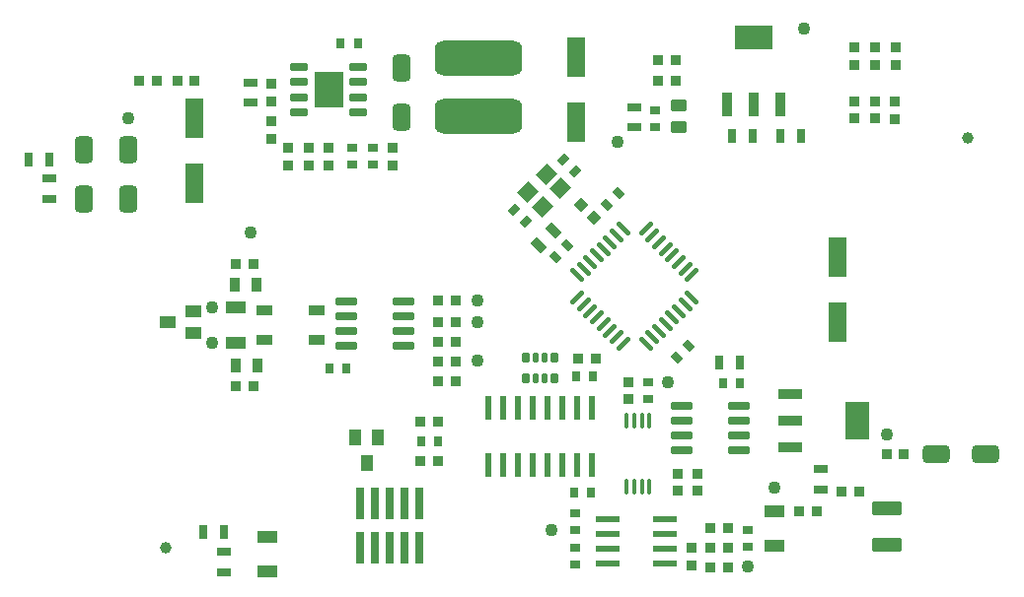
<source format=gtp>
G04*
G04 #@! TF.GenerationSoftware,Altium Limited,Altium Designer,21.4.1 (30)*
G04*
G04 Layer_Color=8421504*
%FSLAX25Y25*%
%MOIN*%
G70*
G04*
G04 #@! TF.SameCoordinates,5F1AA903-488D-4DD6-8C3F-381C7BA84995*
G04*
G04*
G04 #@! TF.FilePolarity,Positive*
G04*
G01*
G75*
%ADD18C,0.04331*%
%ADD19R,0.05512X0.03937*%
G04:AMPARAMS|DCode=20|XSize=77.56mil|YSize=23.23mil|CornerRadius=2.9mil|HoleSize=0mil|Usage=FLASHONLY|Rotation=270.000|XOffset=0mil|YOffset=0mil|HoleType=Round|Shape=RoundedRectangle|*
%AMROUNDEDRECTD20*
21,1,0.07756,0.01742,0,0,270.0*
21,1,0.07175,0.02323,0,0,270.0*
1,1,0.00581,-0.00871,-0.03588*
1,1,0.00581,-0.00871,0.03588*
1,1,0.00581,0.00871,0.03588*
1,1,0.00581,0.00871,-0.03588*
%
%ADD20ROUNDEDRECTD20*%
%ADD21R,0.02953X0.05118*%
%ADD22R,0.02657X0.03445*%
%ADD23R,0.03445X0.03445*%
%ADD24R,0.03445X0.03445*%
%ADD25R,0.03445X0.02657*%
G04:AMPARAMS|DCode=26|XSize=91.73mil|YSize=61.02mil|CornerRadius=15.26mil|HoleSize=0mil|Usage=FLASHONLY|Rotation=270.000|XOffset=0mil|YOffset=0mil|HoleType=Round|Shape=RoundedRectangle|*
%AMROUNDEDRECTD26*
21,1,0.09173,0.03051,0,0,270.0*
21,1,0.06122,0.06102,0,0,270.0*
1,1,0.03051,-0.01526,-0.03061*
1,1,0.03051,-0.01526,0.03061*
1,1,0.03051,0.01526,0.03061*
1,1,0.03051,0.01526,-0.03061*
%
%ADD26ROUNDEDRECTD26*%
G04:AMPARAMS|DCode=27|XSize=59.06mil|YSize=17.72mil|CornerRadius=2.22mil|HoleSize=0mil|Usage=FLASHONLY|Rotation=315.000|XOffset=0mil|YOffset=0mil|HoleType=Round|Shape=RoundedRectangle|*
%AMROUNDEDRECTD27*
21,1,0.05906,0.01329,0,0,315.0*
21,1,0.05463,0.01772,0,0,315.0*
1,1,0.00443,0.01462,-0.02401*
1,1,0.00443,-0.02401,0.01462*
1,1,0.00443,-0.01462,0.02401*
1,1,0.00443,0.02401,-0.01462*
%
%ADD27ROUNDEDRECTD27*%
G04:AMPARAMS|DCode=28|XSize=59.06mil|YSize=17.72mil|CornerRadius=2.22mil|HoleSize=0mil|Usage=FLASHONLY|Rotation=45.000|XOffset=0mil|YOffset=0mil|HoleType=Round|Shape=RoundedRectangle|*
%AMROUNDEDRECTD28*
21,1,0.05906,0.01329,0,0,45.0*
21,1,0.05463,0.01772,0,0,45.0*
1,1,0.00443,0.02401,0.01462*
1,1,0.00443,-0.01462,-0.02401*
1,1,0.00443,-0.02401,-0.01462*
1,1,0.00443,0.01462,0.02401*
%
%ADD28ROUNDEDRECTD28*%
%ADD29R,0.02953X0.10827*%
G04:AMPARAMS|DCode=30|XSize=39.37mil|YSize=55.91mil|CornerRadius=4.92mil|HoleSize=0mil|Usage=FLASHONLY|Rotation=90.000|XOffset=0mil|YOffset=0mil|HoleType=Round|Shape=RoundedRectangle|*
%AMROUNDEDRECTD30*
21,1,0.03937,0.04606,0,0,90.0*
21,1,0.02953,0.05591,0,0,90.0*
1,1,0.00984,0.02303,0.01476*
1,1,0.00984,0.02303,-0.01476*
1,1,0.00984,-0.02303,-0.01476*
1,1,0.00984,-0.02303,0.01476*
%
%ADD30ROUNDEDRECTD30*%
G04:AMPARAMS|DCode=31|XSize=37.01mil|YSize=69.69mil|CornerRadius=2.59mil|HoleSize=0mil|Usage=FLASHONLY|Rotation=90.000|XOffset=0mil|YOffset=0mil|HoleType=Round|Shape=RoundedRectangle|*
%AMROUNDEDRECTD31*
21,1,0.03701,0.06450,0,0,90.0*
21,1,0.03183,0.06969,0,0,90.0*
1,1,0.00518,0.03225,0.01591*
1,1,0.00518,0.03225,-0.01591*
1,1,0.00518,-0.03225,-0.01591*
1,1,0.00518,-0.03225,0.01591*
%
%ADD31ROUNDEDRECTD31*%
G04:AMPARAMS|DCode=32|XSize=42.91mil|YSize=69.69mil|CornerRadius=3mil|HoleSize=0mil|Usage=FLASHONLY|Rotation=90.000|XOffset=0mil|YOffset=0mil|HoleType=Round|Shape=RoundedRectangle|*
%AMROUNDEDRECTD32*
21,1,0.04291,0.06368,0,0,90.0*
21,1,0.03691,0.06969,0,0,90.0*
1,1,0.00601,0.03184,0.01845*
1,1,0.00601,0.03184,-0.01845*
1,1,0.00601,-0.03184,-0.01845*
1,1,0.00601,-0.03184,0.01845*
%
%ADD32ROUNDEDRECTD32*%
%ADD33R,0.03740X0.08465*%
%ADD34R,0.12795X0.08465*%
G04:AMPARAMS|DCode=35|XSize=61.02mil|YSize=23.62mil|CornerRadius=2.95mil|HoleSize=0mil|Usage=FLASHONLY|Rotation=0.000|XOffset=0mil|YOffset=0mil|HoleType=Round|Shape=RoundedRectangle|*
%AMROUNDEDRECTD35*
21,1,0.06102,0.01772,0,0,0.0*
21,1,0.05512,0.02362,0,0,0.0*
1,1,0.00591,0.02756,-0.00886*
1,1,0.00591,-0.02756,-0.00886*
1,1,0.00591,-0.02756,0.00886*
1,1,0.00591,0.02756,0.00886*
%
%ADD35ROUNDEDRECTD35*%
%ADD36R,0.03937X0.05512*%
G04:AMPARAMS|DCode=37|XSize=118.11mil|YSize=295.28mil|CornerRadius=29.53mil|HoleSize=0mil|Usage=FLASHONLY|Rotation=90.000|XOffset=0mil|YOffset=0mil|HoleType=Round|Shape=RoundedRectangle|*
%AMROUNDEDRECTD37*
21,1,0.11811,0.23622,0,0,90.0*
21,1,0.05906,0.29528,0,0,90.0*
1,1,0.05906,0.11811,0.02953*
1,1,0.05906,0.11811,-0.02953*
1,1,0.05906,-0.11811,-0.02953*
1,1,0.05906,-0.11811,0.02953*
%
%ADD37ROUNDEDRECTD37*%
%ADD38R,0.05118X0.02953*%
%ADD39R,0.06890X0.03937*%
%ADD40R,0.03347X0.05118*%
%ADD41R,0.05709X0.03543*%
%ADD42R,0.08465X0.03740*%
%ADD43R,0.08465X0.12795*%
G04:AMPARAMS|DCode=44|XSize=91.73mil|YSize=61.02mil|CornerRadius=15.26mil|HoleSize=0mil|Usage=FLASHONLY|Rotation=0.000|XOffset=0mil|YOffset=0mil|HoleType=Round|Shape=RoundedRectangle|*
%AMROUNDEDRECTD44*
21,1,0.09173,0.03051,0,0,0.0*
21,1,0.06122,0.06102,0,0,0.0*
1,1,0.03051,0.03061,-0.01526*
1,1,0.03051,-0.03061,-0.01526*
1,1,0.03051,-0.03061,0.01526*
1,1,0.03051,0.03061,0.01526*
%
%ADD44ROUNDEDRECTD44*%
G04:AMPARAMS|DCode=45|XSize=74.8mil|YSize=23.62mil|CornerRadius=2.95mil|HoleSize=0mil|Usage=FLASHONLY|Rotation=0.000|XOffset=0mil|YOffset=0mil|HoleType=Round|Shape=RoundedRectangle|*
%AMROUNDEDRECTD45*
21,1,0.07480,0.01772,0,0,0.0*
21,1,0.06890,0.02362,0,0,0.0*
1,1,0.00591,0.03445,-0.00886*
1,1,0.00591,-0.03445,-0.00886*
1,1,0.00591,-0.03445,0.00886*
1,1,0.00591,0.03445,0.00886*
%
%ADD45ROUNDEDRECTD45*%
%ADD46R,0.06299X0.13780*%
G04:AMPARAMS|DCode=47|XSize=34.45mil|YSize=26.57mil|CornerRadius=0mil|HoleSize=0mil|Usage=FLASHONLY|Rotation=315.000|XOffset=0mil|YOffset=0mil|HoleType=Round|Shape=Rectangle|*
%AMROTATEDRECTD47*
4,1,4,-0.02158,0.00278,-0.00278,0.02158,0.02158,-0.00278,0.00278,-0.02158,-0.02158,0.00278,0.0*
%
%ADD47ROTATEDRECTD47*%

G04:AMPARAMS|DCode=48|XSize=35.43mil|YSize=24.02mil|CornerRadius=6mil|HoleSize=0mil|Usage=FLASHONLY|Rotation=90.000|XOffset=0mil|YOffset=0mil|HoleType=Round|Shape=RoundedRectangle|*
%AMROUNDEDRECTD48*
21,1,0.03543,0.01201,0,0,90.0*
21,1,0.02343,0.02402,0,0,90.0*
1,1,0.01201,0.00600,0.01171*
1,1,0.01201,0.00600,-0.01171*
1,1,0.01201,-0.00600,-0.01171*
1,1,0.01201,-0.00600,0.01171*
%
%ADD48ROUNDEDRECTD48*%
G04:AMPARAMS|DCode=49|XSize=35.43mil|YSize=20.87mil|CornerRadius=5.22mil|HoleSize=0mil|Usage=FLASHONLY|Rotation=90.000|XOffset=0mil|YOffset=0mil|HoleType=Round|Shape=RoundedRectangle|*
%AMROUNDEDRECTD49*
21,1,0.03543,0.01043,0,0,90.0*
21,1,0.02500,0.02087,0,0,90.0*
1,1,0.01043,0.00522,0.01250*
1,1,0.01043,0.00522,-0.01250*
1,1,0.01043,-0.00522,-0.01250*
1,1,0.01043,-0.00522,0.01250*
%
%ADD49ROUNDEDRECTD49*%
G04:AMPARAMS|DCode=50|XSize=45.28mil|YSize=98.43mil|CornerRadius=4.53mil|HoleSize=0mil|Usage=FLASHONLY|Rotation=270.000|XOffset=0mil|YOffset=0mil|HoleType=Round|Shape=RoundedRectangle|*
%AMROUNDEDRECTD50*
21,1,0.04528,0.08937,0,0,270.0*
21,1,0.03622,0.09843,0,0,270.0*
1,1,0.00906,-0.04469,-0.01811*
1,1,0.00906,-0.04469,0.01811*
1,1,0.00906,0.04469,0.01811*
1,1,0.00906,0.04469,-0.01811*
%
%ADD50ROUNDEDRECTD50*%
G04:AMPARAMS|DCode=51|XSize=51.18mil|YSize=29.53mil|CornerRadius=0mil|HoleSize=0mil|Usage=FLASHONLY|Rotation=135.000|XOffset=0mil|YOffset=0mil|HoleType=Round|Shape=Rectangle|*
%AMROTATEDRECTD51*
4,1,4,0.02854,-0.00766,0.00766,-0.02854,-0.02854,0.00766,-0.00766,0.02854,0.02854,-0.00766,0.0*
%
%ADD51ROTATEDRECTD51*%

G04:AMPARAMS|DCode=52|XSize=50.79mil|YSize=15.35mil|CornerRadius=4.07mil|HoleSize=0mil|Usage=FLASHONLY|Rotation=270.000|XOffset=0mil|YOffset=0mil|HoleType=Round|Shape=RoundedRectangle|*
%AMROUNDEDRECTD52*
21,1,0.05079,0.00722,0,0,270.0*
21,1,0.04265,0.01535,0,0,270.0*
1,1,0.00814,-0.00361,-0.02133*
1,1,0.00814,-0.00361,0.02133*
1,1,0.00814,0.00361,0.02133*
1,1,0.00814,0.00361,-0.02133*
%
%ADD52ROUNDEDRECTD52*%
G04:AMPARAMS|DCode=53|XSize=55.12mil|YSize=47.24mil|CornerRadius=0mil|HoleSize=0mil|Usage=FLASHONLY|Rotation=225.000|XOffset=0mil|YOffset=0mil|HoleType=Round|Shape=Rectangle|*
%AMROTATEDRECTD53*
4,1,4,0.00278,0.03619,0.03619,0.00278,-0.00278,-0.03619,-0.03619,-0.00278,0.00278,0.03619,0.0*
%
%ADD53ROTATEDRECTD53*%

%ADD54C,0.03937*%
G04:AMPARAMS|DCode=55|XSize=34.45mil|YSize=26.57mil|CornerRadius=0mil|HoleSize=0mil|Usage=FLASHONLY|Rotation=225.000|XOffset=0mil|YOffset=0mil|HoleType=Round|Shape=Rectangle|*
%AMROTATEDRECTD55*
4,1,4,0.00278,0.02158,0.02158,0.00278,-0.00278,-0.02158,-0.02158,-0.00278,0.00278,0.02158,0.0*
%
%ADD55ROTATEDRECTD55*%

%ADD56P,0.04872X4X270.0*%
G04:AMPARAMS|DCode=57|XSize=77.56mil|YSize=23.23mil|CornerRadius=2.9mil|HoleSize=0mil|Usage=FLASHONLY|Rotation=180.000|XOffset=0mil|YOffset=0mil|HoleType=Round|Shape=RoundedRectangle|*
%AMROUNDEDRECTD57*
21,1,0.07756,0.01742,0,0,180.0*
21,1,0.07175,0.02323,0,0,180.0*
1,1,0.00581,-0.03588,0.00871*
1,1,0.00581,0.03588,0.00871*
1,1,0.00581,0.03588,-0.00871*
1,1,0.00581,-0.03588,-0.00871*
%
%ADD57ROUNDEDRECTD57*%
G36*
X117126Y163386D02*
X107283Y163386D01*
X107283Y175354D01*
X117126D01*
Y163386D01*
D02*
G37*
D18*
X272638Y189961D02*
D03*
X44291Y159449D02*
D03*
X85630Y121063D02*
D03*
X209646Y151575D02*
D03*
X187500Y20177D02*
D03*
X262795Y34449D02*
D03*
X253937Y7874D02*
D03*
X72835Y95472D02*
D03*
X162402Y90551D02*
D03*
Y97933D02*
D03*
Y77756D02*
D03*
X300689Y52658D02*
D03*
X72835Y83661D02*
D03*
X226870Y70374D02*
D03*
D19*
X66307Y86862D02*
D03*
Y94342D02*
D03*
X57646Y90602D02*
D03*
D20*
X201171Y42137D02*
D03*
X196171Y42137D02*
D03*
X191171Y42137D02*
D03*
X186171Y42137D02*
D03*
X181171Y42137D02*
D03*
X176171D02*
D03*
X171171Y42137D02*
D03*
X166171Y42137D02*
D03*
Y61625D02*
D03*
X171171Y61625D02*
D03*
X176171Y61625D02*
D03*
X181171D02*
D03*
X186171Y61625D02*
D03*
X191171Y61625D02*
D03*
X196171Y61625D02*
D03*
X201171Y61625D02*
D03*
D21*
X250984Y76772D02*
D03*
X244094D02*
D03*
X264764Y153543D02*
D03*
X271654D02*
D03*
X255414Y153543D02*
D03*
X248524D02*
D03*
X17717Y145669D02*
D03*
X10827Y145669D02*
D03*
X76772Y19685D02*
D03*
X69882D02*
D03*
D22*
X112402Y74803D02*
D03*
X118110D02*
D03*
X245276Y69882D02*
D03*
X250984D02*
D03*
X195079Y32972D02*
D03*
X200787D02*
D03*
X195833Y72146D02*
D03*
X201542Y72146D02*
D03*
X116241Y185039D02*
D03*
X121949D02*
D03*
X149015Y50197D02*
D03*
X143307Y50197D02*
D03*
D23*
X133721Y143675D02*
D03*
Y149580D02*
D03*
X92658Y158491D02*
D03*
Y152585D02*
D03*
X234744Y14272D02*
D03*
Y8366D02*
D03*
X105453Y149632D02*
D03*
Y143727D02*
D03*
X112067Y143675D02*
D03*
Y149580D02*
D03*
X92658Y171286D02*
D03*
Y165380D02*
D03*
X303642Y183563D02*
D03*
Y177657D02*
D03*
X236713Y33465D02*
D03*
Y39370D02*
D03*
X230177Y33439D02*
D03*
Y39344D02*
D03*
X296752Y159449D02*
D03*
Y165354D02*
D03*
X213583Y70374D02*
D03*
Y64468D02*
D03*
X289862Y183563D02*
D03*
Y177657D02*
D03*
X98563Y149632D02*
D03*
Y143727D02*
D03*
X303504Y159423D02*
D03*
X303504Y165328D02*
D03*
X296752Y183563D02*
D03*
X296752Y177657D02*
D03*
X289862Y159449D02*
D03*
Y165354D02*
D03*
D24*
X223425Y179134D02*
D03*
X229331Y179134D02*
D03*
X229357Y172106D02*
D03*
X223451D02*
D03*
X247021Y14410D02*
D03*
X241116D02*
D03*
X61024Y172244D02*
D03*
X66929D02*
D03*
X247021Y20807D02*
D03*
X241116D02*
D03*
X271234Y26713D02*
D03*
X277139Y26713D02*
D03*
X241168Y7736D02*
D03*
X247073D02*
D03*
X291365Y33327D02*
D03*
X285459Y33327D02*
D03*
X155046Y84016D02*
D03*
X149140D02*
D03*
X306594Y45768D02*
D03*
X300689D02*
D03*
X86640Y110098D02*
D03*
X80735D02*
D03*
X149088Y98071D02*
D03*
X154994D02*
D03*
X149088Y90689D02*
D03*
X154994D02*
D03*
X149140Y56949D02*
D03*
X143235D02*
D03*
X149088Y77402D02*
D03*
X154994D02*
D03*
X80709Y68898D02*
D03*
X86614D02*
D03*
X149140Y43661D02*
D03*
X143235Y43661D02*
D03*
X202290Y78110D02*
D03*
X196384D02*
D03*
X149088Y70512D02*
D03*
X154994D02*
D03*
X54060Y172381D02*
D03*
X48154D02*
D03*
D25*
X195374Y8464D02*
D03*
Y14173D02*
D03*
X195374Y20177D02*
D03*
Y25886D02*
D03*
X219980Y64567D02*
D03*
Y70276D02*
D03*
X126969Y143800D02*
D03*
Y149508D02*
D03*
X222441Y162205D02*
D03*
X222441Y156496D02*
D03*
X120079Y143800D02*
D03*
Y149508D02*
D03*
X253937Y20177D02*
D03*
X253937Y14469D02*
D03*
D26*
X44342Y149028D02*
D03*
Y132217D02*
D03*
X136862Y159776D02*
D03*
Y176587D02*
D03*
X29579Y149028D02*
D03*
Y132217D02*
D03*
D27*
X234938Y98824D02*
D03*
X232711Y96597D02*
D03*
X230483Y94370D02*
D03*
X228256Y92143D02*
D03*
X226029Y89916D02*
D03*
X223802Y87689D02*
D03*
X221575Y85461D02*
D03*
X219348Y83234D02*
D03*
X196075Y106508D02*
D03*
X198302Y108735D02*
D03*
X200529Y110962D02*
D03*
X202756Y113189D02*
D03*
X204983Y115416D02*
D03*
X207210Y117643D02*
D03*
X209437Y119870D02*
D03*
X211664Y122097D02*
D03*
D28*
X219348D02*
D03*
X221575Y119870D02*
D03*
X223802Y117643D02*
D03*
X226029Y115416D02*
D03*
X228256Y113189D02*
D03*
X230483Y110962D02*
D03*
X232711Y108735D02*
D03*
X234938Y106508D02*
D03*
X211664Y83234D02*
D03*
X209437Y85461D02*
D03*
X207210Y87689D02*
D03*
X204983Y89916D02*
D03*
X202756Y92143D02*
D03*
X200529Y94370D02*
D03*
X198302Y96597D02*
D03*
X196075Y98824D02*
D03*
D29*
X122874Y14154D02*
D03*
Y29154D02*
D03*
X127874Y14154D02*
D03*
Y29154D02*
D03*
X132874Y14154D02*
D03*
Y29154D02*
D03*
X137874Y14154D02*
D03*
Y29154D02*
D03*
X142874Y14153D02*
D03*
Y29154D02*
D03*
D30*
X230315Y163858D02*
D03*
Y156496D02*
D03*
D31*
X262795Y26594D02*
D03*
X91535Y6240D02*
D03*
D32*
X262795Y14764D02*
D03*
X91536Y18071D02*
D03*
D33*
X246764Y164157D02*
D03*
X255819D02*
D03*
X264874D02*
D03*
D34*
X255819Y186992D02*
D03*
D35*
X122205Y176969D02*
D03*
Y171850D02*
D03*
Y166732D02*
D03*
Y161614D02*
D03*
X102205Y161614D02*
D03*
Y166732D02*
D03*
Y171850D02*
D03*
Y176969D02*
D03*
D36*
X128689Y51543D02*
D03*
X121209D02*
D03*
X124949Y42882D02*
D03*
D37*
X162894Y179882D02*
D03*
Y160197D02*
D03*
D38*
X278544Y40847D02*
D03*
Y33958D02*
D03*
X76772Y5906D02*
D03*
Y12795D02*
D03*
X215551Y156496D02*
D03*
Y163386D02*
D03*
X85630Y171753D02*
D03*
Y164863D02*
D03*
X17717Y139272D02*
D03*
Y132382D02*
D03*
D39*
X80710Y95474D02*
D03*
Y83663D02*
D03*
D40*
X87887Y103257D02*
D03*
X80604D02*
D03*
X87992Y75787D02*
D03*
X80709D02*
D03*
D41*
X90551Y94488D02*
D03*
Y84646D02*
D03*
X108071Y94488D02*
D03*
X108071Y84646D02*
D03*
D42*
X267996Y66228D02*
D03*
Y57173D02*
D03*
Y48118D02*
D03*
D43*
X290831Y57173D02*
D03*
D44*
X317421Y45768D02*
D03*
X334232D02*
D03*
D45*
X231476Y62126D02*
D03*
Y57126D02*
D03*
Y52126D02*
D03*
Y47126D02*
D03*
X250807D02*
D03*
Y52126D02*
D03*
Y57126D02*
D03*
Y62126D02*
D03*
X137441Y82598D02*
D03*
Y87598D02*
D03*
Y92598D02*
D03*
Y97598D02*
D03*
X118110D02*
D03*
Y92598D02*
D03*
Y87598D02*
D03*
Y82598D02*
D03*
D46*
X66929Y137598D02*
D03*
Y159646D02*
D03*
X195866Y180315D02*
D03*
Y158268D02*
D03*
X283957Y112697D02*
D03*
Y90650D02*
D03*
D47*
X233760Y82677D02*
D03*
X229723Y78641D02*
D03*
X210187Y134400D02*
D03*
X206151Y130363D02*
D03*
X192913Y116634D02*
D03*
X188877Y112597D02*
D03*
D48*
X178776Y71681D02*
D03*
X188539Y71681D02*
D03*
Y78650D02*
D03*
X178776Y78650D02*
D03*
D49*
X182083Y71681D02*
D03*
X185232Y71681D02*
D03*
X185232Y78650D02*
D03*
X182083D02*
D03*
D50*
X300689Y27657D02*
D03*
Y15256D02*
D03*
D51*
X187968Y121531D02*
D03*
X183097Y116659D02*
D03*
D52*
X212842Y57221D02*
D03*
X215402D02*
D03*
X217961D02*
D03*
X220520D02*
D03*
Y35016D02*
D03*
X217961D02*
D03*
X215402D02*
D03*
X212842D02*
D03*
D53*
X185720Y140559D02*
D03*
X179596Y134435D02*
D03*
X184328Y129702D02*
D03*
X190453Y135827D02*
D03*
D54*
X328248Y153051D02*
D03*
X57087Y14272D02*
D03*
D55*
X195423Y141683D02*
D03*
X191387Y145719D02*
D03*
X174655Y128494D02*
D03*
X178692Y124458D02*
D03*
D56*
X197596Y130160D02*
D03*
X201772Y125984D02*
D03*
D57*
X206398Y8779D02*
D03*
Y13780D02*
D03*
Y18779D02*
D03*
Y23779D02*
D03*
X225886D02*
D03*
Y18779D02*
D03*
Y13780D02*
D03*
Y8779D02*
D03*
M02*

</source>
